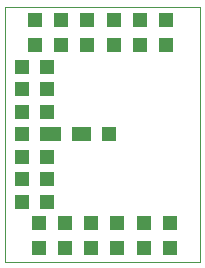
<source format=gtp>
G75*
%MOIN*%
%OFA0B0*%
%FSLAX24Y24*%
%IPPOS*%
%LPD*%
%AMOC8*
5,1,8,0,0,1.08239X$1,22.5*
%
%ADD10C,0.0000*%
%ADD11R,0.0472X0.0472*%
D10*
X002392Y002517D02*
X002392Y011017D01*
X008892Y011017D01*
X008892Y002517D01*
X002392Y002517D01*
D11*
X003517Y002978D03*
X003517Y003805D03*
X003805Y004517D03*
X003805Y005267D03*
X003805Y006017D03*
X003805Y006767D03*
X004041Y006767D03*
X003805Y007517D03*
X003805Y008267D03*
X003805Y009017D03*
X003392Y009728D03*
X002978Y009017D03*
X002978Y008267D03*
X002978Y007517D03*
X002978Y006767D03*
X002978Y006017D03*
X002978Y005267D03*
X002978Y004517D03*
X004392Y003805D03*
X004392Y002978D03*
X005267Y002978D03*
X005267Y003805D03*
X006142Y003805D03*
X006142Y002978D03*
X007017Y002978D03*
X007017Y003805D03*
X007892Y003805D03*
X007892Y002978D03*
X005868Y006767D03*
X005041Y006767D03*
X004868Y006767D03*
X005142Y009728D03*
X005142Y010555D03*
X004267Y010555D03*
X004267Y009728D03*
X003392Y010555D03*
X006017Y010555D03*
X006017Y009728D03*
X006892Y009728D03*
X006892Y010555D03*
X007767Y010555D03*
X007767Y009728D03*
M02*

</source>
